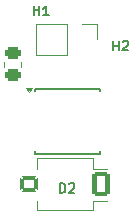
<source format=gbr>
%TF.GenerationSoftware,KiCad,Pcbnew,8.0.1*%
%TF.CreationDate,2025-01-22T20:29:26-07:00*%
%TF.ProjectId,IRRemote,49525265-6d6f-4746-952e-6b696361645f,rev?*%
%TF.SameCoordinates,Original*%
%TF.FileFunction,Legend,Top*%
%TF.FilePolarity,Positive*%
%FSLAX46Y46*%
G04 Gerber Fmt 4.6, Leading zero omitted, Abs format (unit mm)*
G04 Created by KiCad (PCBNEW 8.0.1) date 2025-01-22 20:29:26*
%MOMM*%
%LPD*%
G01*
G04 APERTURE LIST*
G04 Aperture macros list*
%AMRoundRect*
0 Rectangle with rounded corners*
0 $1 Rounding radius*
0 $2 $3 $4 $5 $6 $7 $8 $9 X,Y pos of 4 corners*
0 Add a 4 corners polygon primitive as box body*
4,1,4,$2,$3,$4,$5,$6,$7,$8,$9,$2,$3,0*
0 Add four circle primitives for the rounded corners*
1,1,$1+$1,$2,$3*
1,1,$1+$1,$4,$5*
1,1,$1+$1,$6,$7*
1,1,$1+$1,$8,$9*
0 Add four rect primitives between the rounded corners*
20,1,$1+$1,$2,$3,$4,$5,0*
20,1,$1+$1,$4,$5,$6,$7,0*
20,1,$1+$1,$6,$7,$8,$9,0*
20,1,$1+$1,$8,$9,$2,$3,0*%
G04 Aperture macros list end*
%ADD10C,0.150000*%
%ADD11C,0.120000*%
%ADD12R,1.700000X1.700000*%
%ADD13O,1.700000X1.700000*%
%ADD14RoundRect,0.250000X0.450000X-0.262500X0.450000X0.262500X-0.450000X0.262500X-0.450000X-0.262500X0*%
%ADD15C,2.500000*%
%ADD16R,1.700000X0.650000*%
%ADD17RoundRect,0.187500X-0.562500X-0.862500X0.562500X-0.862500X0.562500X0.862500X-0.562500X0.862500X0*%
%ADD18RoundRect,0.162500X-0.587500X-0.487500X0.587500X-0.487500X0.587500X0.487500X-0.587500X0.487500X0*%
%ADD19RoundRect,0.175000X-0.525000X-0.825000X0.525000X-0.825000X0.525000X0.825000X-0.525000X0.825000X0*%
%ADD20RoundRect,0.150000X-0.550000X-0.450000X0.550000X-0.450000X0.550000X0.450000X-0.550000X0.450000X0*%
G04 APERTURE END LIST*
D10*
X135610476Y-65782295D02*
X135610476Y-64982295D01*
X135610476Y-65363247D02*
X136067619Y-65363247D01*
X136067619Y-65782295D02*
X136067619Y-64982295D01*
X136867618Y-65782295D02*
X136410475Y-65782295D01*
X136639047Y-65782295D02*
X136639047Y-64982295D01*
X136639047Y-64982295D02*
X136562856Y-65096580D01*
X136562856Y-65096580D02*
X136486666Y-65172771D01*
X136486666Y-65172771D02*
X136410475Y-65210866D01*
X142330476Y-68762295D02*
X142330476Y-67962295D01*
X142330476Y-68343247D02*
X142787619Y-68343247D01*
X142787619Y-68762295D02*
X142787619Y-67962295D01*
X143130475Y-68038485D02*
X143168571Y-68000390D01*
X143168571Y-68000390D02*
X143244761Y-67962295D01*
X143244761Y-67962295D02*
X143435237Y-67962295D01*
X143435237Y-67962295D02*
X143511428Y-68000390D01*
X143511428Y-68000390D02*
X143549523Y-68038485D01*
X143549523Y-68038485D02*
X143587618Y-68114676D01*
X143587618Y-68114676D02*
X143587618Y-68190866D01*
X143587618Y-68190866D02*
X143549523Y-68305152D01*
X143549523Y-68305152D02*
X143092380Y-68762295D01*
X143092380Y-68762295D02*
X143587618Y-68762295D01*
X137829524Y-80822295D02*
X137829524Y-80022295D01*
X137829524Y-80022295D02*
X138020000Y-80022295D01*
X138020000Y-80022295D02*
X138134286Y-80060390D01*
X138134286Y-80060390D02*
X138210476Y-80136580D01*
X138210476Y-80136580D02*
X138248571Y-80212771D01*
X138248571Y-80212771D02*
X138286667Y-80365152D01*
X138286667Y-80365152D02*
X138286667Y-80479438D01*
X138286667Y-80479438D02*
X138248571Y-80631819D01*
X138248571Y-80631819D02*
X138210476Y-80708009D01*
X138210476Y-80708009D02*
X138134286Y-80784200D01*
X138134286Y-80784200D02*
X138020000Y-80822295D01*
X138020000Y-80822295D02*
X137829524Y-80822295D01*
X138591428Y-80098485D02*
X138629524Y-80060390D01*
X138629524Y-80060390D02*
X138705714Y-80022295D01*
X138705714Y-80022295D02*
X138896190Y-80022295D01*
X138896190Y-80022295D02*
X138972381Y-80060390D01*
X138972381Y-80060390D02*
X139010476Y-80098485D01*
X139010476Y-80098485D02*
X139048571Y-80174676D01*
X139048571Y-80174676D02*
X139048571Y-80250866D01*
X139048571Y-80250866D02*
X139010476Y-80365152D01*
X139010476Y-80365152D02*
X138553333Y-80822295D01*
X138553333Y-80822295D02*
X139048571Y-80822295D01*
D11*
%TO.C,J1*%
X135790000Y-66500000D02*
X135790000Y-69160000D01*
X138390000Y-66500000D02*
X135790000Y-66500000D01*
X138390000Y-66500000D02*
X138390000Y-69160000D01*
X138390000Y-69160000D02*
X135790000Y-69160000D01*
X139660000Y-66500000D02*
X140990000Y-66500000D01*
X140990000Y-66500000D02*
X140990000Y-67830000D01*
%TO.C,R2*%
X133075000Y-70154564D02*
X133075000Y-69700436D01*
X134545000Y-70154564D02*
X134545000Y-69700436D01*
D10*
%TO.C,U1*%
X135730000Y-72000000D02*
X135730000Y-72205000D01*
X135730000Y-72000000D02*
X141230000Y-72000000D01*
X135730000Y-77510000D02*
X135730000Y-77305000D01*
X135730000Y-77510000D02*
X141230000Y-77510000D01*
X141230000Y-72000000D02*
X141230000Y-72205000D01*
X141230000Y-77510000D02*
X141230000Y-77305000D01*
D11*
X135180000Y-72255000D02*
X134940000Y-71925000D01*
X135420000Y-71925000D01*
X135180000Y-72255000D01*
G36*
X135180000Y-72255000D02*
G01*
X134940000Y-71925000D01*
X135420000Y-71925000D01*
X135180000Y-72255000D01*
G37*
%TO.C,D2*%
X135850000Y-77880000D02*
X135850000Y-78770000D01*
X135850000Y-81480000D02*
X135850000Y-82280000D01*
X135850000Y-82280000D02*
X140650000Y-82280000D01*
X140650000Y-77880000D02*
X135850000Y-77880000D01*
X140650000Y-78770000D02*
X140650000Y-77880000D01*
X140650000Y-82280000D02*
X140650000Y-81480000D01*
X140660000Y-81480000D02*
X141840000Y-81480000D01*
X141840000Y-78770000D02*
X140650000Y-78770000D01*
%TD*%
%LPC*%
D12*
%TO.C,J1*%
X139660000Y-67830000D03*
D13*
X137120000Y-67830000D03*
%TD*%
D14*
%TO.C,R2*%
X133810000Y-70840000D03*
X133810000Y-69015000D03*
%TD*%
D15*
%TO.C,H1*%
X133620000Y-66340000D03*
%TD*%
%TO.C,H2*%
X143100000Y-66240000D03*
%TD*%
D16*
%TO.C,U1*%
X134830000Y-72850000D03*
X134830000Y-74120000D03*
X134830000Y-75390000D03*
X134830000Y-76660000D03*
X142130000Y-76660000D03*
X142130000Y-75390000D03*
X142130000Y-74120000D03*
X142130000Y-72850000D03*
%TD*%
D17*
%TO.C,D2*%
X141300000Y-80080000D03*
D18*
X135200000Y-80080000D03*
D19*
X141300000Y-80080000D03*
D20*
X135200000Y-80080000D03*
%TD*%
%LPD*%
M02*

</source>
